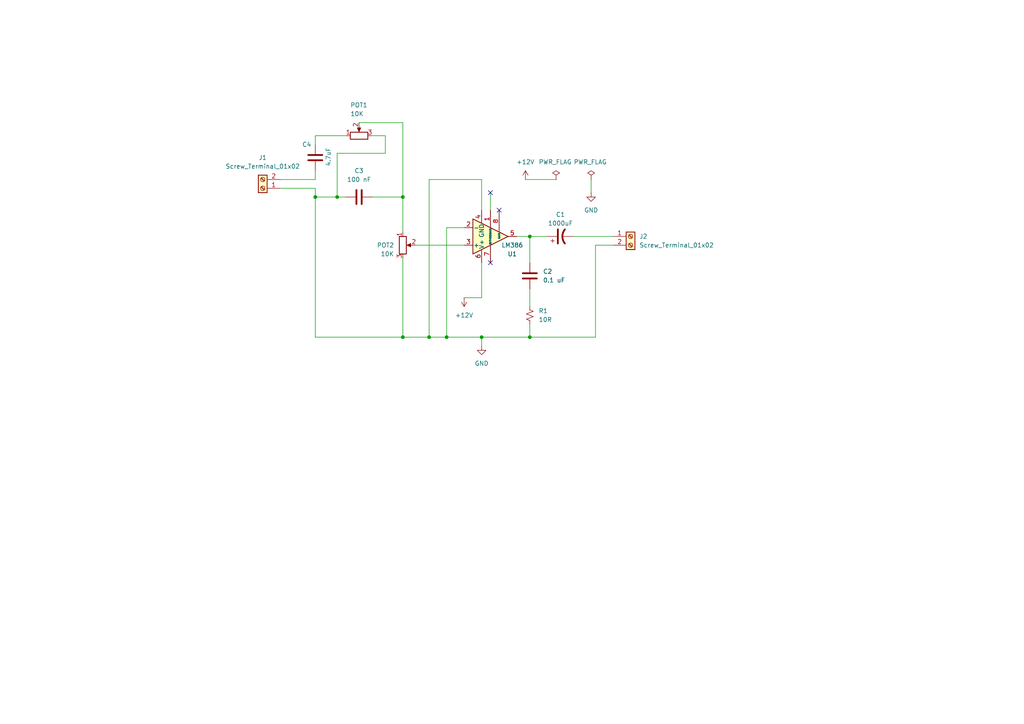
<source format=kicad_sch>
(kicad_sch (version 20211123) (generator eeschema)
  (paper "A4")
  (title_block (title "LM386 Minimal Amplifier") (date "2024-04-05"))
  (lib_symbols
    (symbol "Amplifier_Audio:LM386" (pin_names (offset 0.127))
      (property "Reference" "U" (at 1.27 7.62 0))
      (property "Value" "LM386" (at 1.27 5.08 0))
      (symbol "LM386_0_1"
        (polyline (pts (xy 5.08 0) (xy -5.08 5.08) (xy -5.08 -5.08) (xy 5.08 0)) (stroke (width 0.254)) (fill (type background)))
      )
      (symbol "LM386_1_1"
        (pin input line (at 0 -7.62 90) (length 5.08) (name "GAIN") (number "1"))
        (pin input line (at -7.62 -2.54 0) (length 2.54) (name "-") (number "2"))
        (pin input line (at -7.62 2.54 0) (length 2.54) (name "+") (number "3"))
        (pin power_in line (at -2.54 -7.62 90) (length 3.81) (name "GND") (number "4"))
        (pin output line (at 7.62 0 180) (length 2.54) (name "~") (number "5"))
        (pin power_in line (at -2.54 7.62 270) (length 3.81) (name "V+") (number "6"))
        (pin input line (at 0 7.62 270) (length 5.08) (name "BYPASS") (number "7"))
        (pin input line (at 2.54 -7.62 90) (length 6.35) (name "GAIN") (number "8"))
      )
    )
    (symbol "Connector:Screw_Terminal_01x02" (pin_names (offset 1.016) hide)
      (property "Reference" "J" (at 0 2.54 0))
      (property "Value" "Screw_Terminal_01x02" (at 0 -5.08 0))
      (symbol "Screw_Terminal_01x02_1_1"
        (rectangle (start -1.27 1.27) (end 1.27 -3.81) (stroke (width 0.254)) (fill (type background)))
        (circle (center 0 -2.54) (radius 0.635) (stroke (width 0.1524)))
        (polyline (pts (xy -0.5334 -2.2098) (xy 0.3302 -3.048)) (stroke (width 0.1524)))
        (polyline (pts (xy -0.5334 0.3302) (xy 0.3302 -0.508)) (stroke (width 0.1524)))
        (polyline (pts (xy -0.3556 -2.032) (xy 0.508 -2.8702)) (stroke (width 0.1524)))
        (polyline (pts (xy -0.3556 0.508) (xy 0.508 -0.3302)) (stroke (width 0.1524)))
        (circle (center 0 0) (radius 0.635) (stroke (width 0.1524)))
        (pin passive line (at -5.08 0 0) (length 3.81) (name "Pin_1") (number "1"))
        (pin passive line (at -5.08 -2.54 0) (length 3.81) (name "Pin_2") (number "2"))
      )
    )
    (symbol "Device:C" (pin_numbers hide) (pin_names (offset 0.254))
      (property "Reference" "C" (at 0.635 2.54 0))
      (property "Value" "C" (at 0.635 -2.54 0))
      (symbol "C_0_1"
        (polyline (pts (xy -2.032 -0.762) (xy 2.032 -0.762)) (stroke (width 0.508)))
        (polyline (pts (xy -2.032 0.762) (xy 2.032 0.762)) (stroke (width 0.508)))
      )
      (symbol "C_1_1"
        (pin passive line (at 0 3.81 270) (length 2.794) (name "~") (number "1"))
        (pin passive line (at 0 -3.81 90) (length 2.794) (name "~") (number "2"))
      )
    )
    (symbol "Device:C_Polarized_US" (pin_numbers hide) (pin_names (offset 0.254) hide)
      (property "Reference" "C" (at 0.635 2.54 0))
      (property "Value" "C_Polarized_US" (at 0.635 -2.54 0))
      (symbol "C_Polarized_US_0_1"
        (polyline (pts (xy -2.032 0.762) (xy 2.032 0.762)) (stroke (width 0.508)))
        (polyline (pts (xy -1.778 2.286) (xy -0.762 2.286)))
        (polyline (pts (xy -1.27 1.778) (xy -1.27 2.794)))
        (arc (start 2.032 -1.27) (mid 0 -0.5572) (end -2.032 -1.27) (stroke (width 0.508)))
      )
      (symbol "C_Polarized_US_1_1"
        (pin passive line (at 0 3.81 270) (length 2.794) (name "~") (number "1"))
        (pin passive line (at 0 -3.81 90) (length 3.302) (name "~") (number "2"))
      )
    )
    (symbol "Device:R_Potentiometer" (pin_names (offset 1.016) hide)
      (property "Reference" "RV" (at -4.445 0 90))
      (property "Value" "R_Potentiometer" (at -2.54 0 90))
      (symbol "R_Potentiometer_0_1"
        (polyline (pts (xy 2.54 0) (xy 1.524 0)))
        (polyline (pts (xy 1.143 0) (xy 2.286 0.508) (xy 2.286 -0.508) (xy 1.143 0)) (fill (type outline)))
        (rectangle (start 1.016 2.54) (end -1.016 -2.54) (stroke (width 0.254)))
      )
      (symbol "R_Potentiometer_1_1"
        (pin passive line (at 0 3.81 270) (length 1.27) (name "1") (number "1"))
        (pin passive line (at 3.81 0 180) (length 1.27) (name "2") (number "2"))
        (pin passive line (at 0 -3.81 90) (length 1.27) (name "3") (number "3"))
      )
    )
    (symbol "Device:R_Small_US" (pin_numbers hide) (pin_names (offset 0.254) hide)
      (property "Reference" "R" (at 0.762 0.508 0))
      (property "Value" "R_Small_US" (at 0.762 -1.016 0))
      (symbol "R_Small_US_1_1"
        (polyline (pts (xy 0 0) (xy 1.016 -0.381) (xy 0 -0.762) (xy -1.016 -1.143) (xy 0 -1.524)))
        (polyline (pts (xy 0 1.524) (xy 1.016 1.143) (xy 0 0.762) (xy -1.016 0.381) (xy 0 0)))
        (pin passive line (at 0 2.54 270) (length 1.016) (name "~") (number "1"))
        (pin passive line (at 0 -2.54 90) (length 1.016) (name "~") (number "2"))
      )
    )
    (symbol "power:+12V" (power) (pin_names (offset 0))
      (property "Value" "+12V" (at 0 3.556 0))
      (symbol "+12V_0_1"
        (polyline (pts (xy -0.762 1.27) (xy 0 2.54)))
        (polyline (pts (xy 0 0) (xy 0 2.54)))
        (polyline (pts (xy 0 2.54) (xy 0.762 1.27)))
      )
      (symbol "+12V_1_1"
        (pin power_in line (at 0 0 90) (length 0) hide (name "+12V") (number "1"))
      )
    )
    (symbol "power:GND" (power) (pin_names (offset 0))
      (property "Value" "GND" (at 0 -3.81 0))
      (symbol "GND_0_1"
        (polyline (pts (xy 0 0) (xy 0 -1.27) (xy 1.27 -1.27) (xy 0 -2.54) (xy -1.27 -1.27) (xy 0 -1.27)))
      )
      (symbol "GND_1_1"
        (pin power_in line (at 0 0 270) (length 0) hide (name "GND") (number "1"))
      )
    )
    (symbol "power:PWR_FLAG" (power) (pin_numbers hide) (pin_names (offset 0) hide)
      (property "Value" "PWR_FLAG" (at 0 3.81 0))
      (symbol "PWR_FLAG_0_0"
        (pin power_out line (at 0 0 90) (length 0) (name "pwr") (number "1"))
      )
      (symbol "PWR_FLAG_0_1"
        (polyline (pts (xy 0 0) (xy 0 1.27) (xy -1.016 1.905) (xy 0 2.54) (xy 1.016 1.905) (xy 0 1.27)))
      )
    )
  )
  (junction (at 153.67 97.79))
  (junction (at 91.44 57.15))
  (junction (at 97.79 57.15))
  (junction (at 116.84 57.15))
  (junction (at 129.54 97.79))
  (junction (at 116.84 97.79))
  (junction (at 153.67 68.58))
  (junction (at 139.7 97.79))
  (junction (at 124.46 97.79))
  (no_connect (at 142.24 55.88))
  (no_connect (at 144.78 60.96))
  (no_connect (at 142.24 76.2))
  (wire (pts (xy 152.4 52.07) (xy 161.29 52.07)))
  (wire (pts (xy 134.62 66.04) (xy 129.54 66.04)))
  (wire (pts (xy 91.44 49.53) (xy 91.44 52.07)))
  (wire (pts (xy 124.46 97.79) (xy 129.54 97.79)))
  (wire (pts (xy 153.67 68.58) (xy 153.67 76.2)))
  (wire (pts (xy 91.44 39.37) (xy 100.33 39.37)))
  (wire (pts (xy 172.72 71.12) (xy 177.8 71.12)))
  (wire (pts (xy 153.67 83.82) (xy 153.67 88.9)))
  (wire (pts (xy 91.44 54.61) (xy 91.44 57.15)))
  (wire (pts (xy 116.84 35.56) (xy 116.84 57.15)))
  (wire (pts (xy 116.84 97.79) (xy 124.46 97.79)))
  (wire (pts (xy 81.28 54.61) (xy 91.44 54.61)))
  (wire (pts (xy 91.44 39.37) (xy 91.44 41.91)))
  (wire (pts (xy 120.65 71.12) (xy 134.62 71.12)))
  (wire (pts (xy 111.76 44.45) (xy 111.76 39.37)))
  (wire (pts (xy 91.44 57.15) (xy 91.44 97.79)))
  (wire (pts (xy 129.54 97.79) (xy 139.7 97.79)))
  (wire (pts (xy 97.79 57.15) (xy 97.79 44.45)))
  (wire (pts (xy 139.7 97.79) (xy 139.7 100.33)))
  (wire (pts (xy 116.84 74.93) (xy 116.84 97.79)))
  (wire (pts (xy 107.95 57.15) (xy 116.84 57.15)))
  (wire (pts (xy 139.7 97.79) (xy 153.67 97.79)))
  (wire (pts (xy 142.24 55.88) (xy 142.24 60.96)))
  (wire (pts (xy 81.28 52.07) (xy 91.44 52.07)))
  (wire (pts (xy 91.44 97.79) (xy 116.84 97.79)))
  (wire (pts (xy 153.67 93.98) (xy 153.67 97.79)))
  (wire (pts (xy 104.14 35.56) (xy 116.84 35.56)))
  (wire (pts (xy 172.72 71.12) (xy 172.72 97.79)))
  (wire (pts (xy 153.67 68.58) (xy 158.75 68.58)))
  (wire (pts (xy 139.7 86.36) (xy 134.62 86.36)))
  (wire (pts (xy 111.76 39.37) (xy 107.95 39.37)))
  (wire (pts (xy 139.7 52.07) (xy 124.46 52.07)))
  (wire (pts (xy 124.46 52.07) (xy 124.46 97.79)))
  (wire (pts (xy 97.79 44.45) (xy 111.76 44.45)))
  (wire (pts (xy 171.45 52.07) (xy 171.45 55.88)))
  (wire (pts (xy 149.86 68.58) (xy 153.67 68.58)))
  (wire (pts (xy 97.79 57.15) (xy 100.33 57.15)))
  (wire (pts (xy 129.54 66.04) (xy 129.54 97.79)))
  (wire (pts (xy 139.7 52.07) (xy 139.7 60.96)))
  (wire (pts (xy 116.84 57.15) (xy 116.84 67.31)))
  (wire (pts (xy 153.67 97.79) (xy 172.72 97.79)))
  (wire (pts (xy 166.37 68.58) (xy 177.8 68.58)))
  (wire (pts (xy 139.7 76.2) (xy 139.7 86.36)))
  (wire (pts (xy 91.44 57.15) (xy 97.79 57.15)))
  (symbol (lib_id "Connector:Screw_Terminal_01x02") (at 76.2 54.61 180) (unit 1)
    (property "Reference" "J1" (at 76.2 45.72 0))
    (property "Value" "Screw_Terminal_01x02" (at 76.2 48.26 0))
    (property "Footprint" "TerminalBlock_Phoenix:TerminalBlock_Phoenix_MKDS-1,5-2-5.08_1x02_P5.08mm_Horizontal" (effects hide))
  )
  (symbol (lib_id "power:+12V") (at 152.4 52.07 0) (unit 1)
    (property "Reference" "#PWR02" (effects hide))
    (property "Value" "+12V" (at 152.4 46.99 0))
  )
  (symbol (lib_id "power:PWR_FLAG") (at 161.29 52.07 0) (unit 1)
    (property "Reference" "#FLG0102" (effects hide))
    (property "Value" "PWR_FLAG" (at 156.21 46.99 0) (effects (justify left)))
  )
  (symbol (lib_id "Device:R_Potentiometer") (at 116.84 71.12 0) (unit 1)
    (property "Reference" "POT2" (at 114.3 71.12 0) (effects (justify right)))
    (property "Value" "10K" (at 114.3 73.66 0) (effects (justify right)))
    (property "Footprint" "Potentiometer_THT:Potentiometer_ACP_CA9-H2,5_Horizontal" (effects hide))
  )
  (symbol (lib_id "Device:R_Small_US") (at 153.67 91.44 0) (unit 1)
    (property "Reference" "R1" (at 156.21 90.1699 0) (effects (justify left)))
    (property "Value" "10R" (at 156.21 92.7099 0) (effects (justify left)))
    (property "Footprint" "Resistor_THT:R_Axial_DIN0204_L3.6mm_D1.6mm_P5.08mm_Horizontal" (effects hide))
  )
  (symbol (lib_id "Device:C_Polarized_US") (at 162.56 68.58 90) (unit 1)
    (property "Reference" "C1" (at 162.56 62.23 90))
    (property "Value" "1000uF" (at 162.56 64.77 90))
    (property "Footprint" "Capacitor_THT:CP_Radial_D10.0mm_P2.50mm" (effects hide))
  )
  (symbol (lib_id "power:PWR_FLAG") (at 171.45 52.07 0) (unit 1)
    (property "Reference" "#FLG01" (effects hide))
    (property "Value" "PWR_FLAG" (at 166.37 46.99 0) (effects (justify left)))
  )
  (symbol (lib_id "Device:C") (at 153.67 80.01 0) (unit 1)
    (property "Reference" "C2" (at 157.48 78.7399 0) (effects (justify left)))
    (property "Value" "0.1 uF" (at 157.48 81.2799 0) (effects (justify left)))
    (property "Footprint" "Capacitor_THT:C_Radial_D4.0mm_H5.0mm_P1.50mm" (effects hide))
  )
  (symbol (lib_id "Connector:Screw_Terminal_01x02") (at 182.88 68.58 0) (unit 1)
    (property "Reference" "J2" (at 185.42 68.5799 0) (effects (justify left)))
    (property "Value" "Screw_Terminal_01x02" (at 185.42 71.1199 0) (effects (justify left)))
    (property "Footprint" "TerminalBlock_Phoenix:TerminalBlock_Phoenix_MKDS-1,5-2-5.08_1x02_P5.08mm_Horizontal" (effects hide))
  )
  (symbol (lib_id "power:GND") (at 139.7 100.33 0) (unit 1)
    (property "Reference" "#PWR0107" (effects hide))
    (property "Value" "GND" (at 139.7 105.41 0))
  )
  (symbol (lib_id "power:+12V") (at 134.62 86.36 180) (unit 1)
    (property "Reference" "#PWR01" (effects hide))
    (property "Value" "+12V" (at 134.62 91.44 0))
  )
  (symbol (lib_id "Device:C") (at 104.14 57.15 90) (unit 1)
    (property "Reference" "C3" (at 104.14 49.53 90))
    (property "Value" "100 nF" (at 104.14 52.07 90))
    (property "Footprint" "Capacitor_THT:C_Radial_D6.3mm_H5.0mm_P2.50mm" (effects hide))
  )
  (symbol (lib_id "Device:R_Potentiometer") (at 104.14 39.37 90) (unit 1)
    (property "Reference" "POT1" (at 101.6 30.48 90) (effects (justify right)))
    (property "Value" "10K" (at 101.6 33.02 90) (effects (justify right)))
    (property "Footprint" "Potentiometer_THT:Potentiometer_ACP_CA6-H2,5_Horizontal" (effects hide))
  )
  (symbol (lib_id "Device:C") (at 91.44 45.72 0) (unit 1)
    (property "Reference" "C4" (at 87.63 41.91 0) (effects (justify left)))
    (property "Value" "4.7uF" (at 95.25 48.26 90) (effects (justify left)))
    (property "Footprint" "Capacitor_THT:C_Disc_D3.8mm_W2.6mm_P2.50mm" (effects hide))
  )
  (symbol (lib_id "power:GND") (at 171.45 55.88 0) (unit 1)
    (property "Reference" "#PWR03" (effects hide))
    (property "Value" "GND" (at 171.45 60.96 0))
  )
  (symbol (lib_id "Amplifier_Audio:LM386") (at 142.24 68.58 0) (mirror x) (unit 1)
    (property "Reference" "U1" (at 148.59 73.66 0))
    (property "Value" "LM386" (at 148.59 71.12 0))
    (property "Footprint" "digikey-footprints:DIP-8_W7.62mm" (effects hide))
    (property "Datasheet" "http://www.ti.com/lit/ds/symlink/lm386.pdf" (effects hide))
  )
)
</source>
